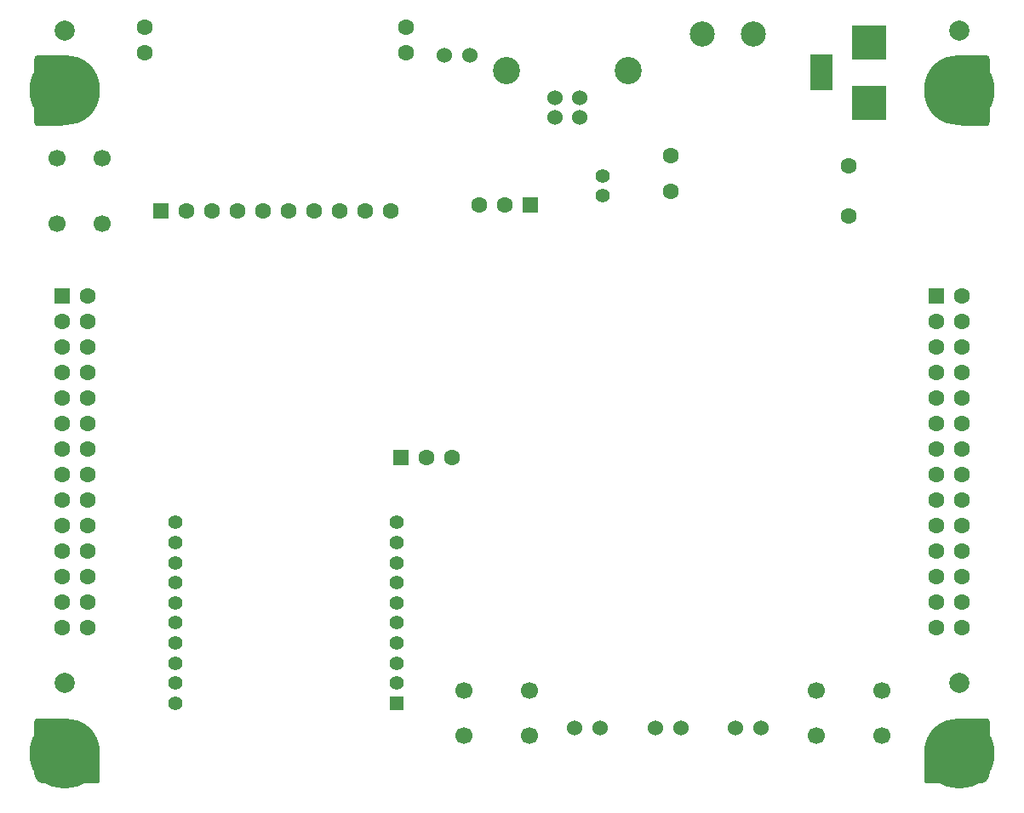
<source format=gbs>
G04 #@! TF.GenerationSoftware,KiCad,Pcbnew,(6.0.7)*
G04 #@! TF.CreationDate,2022-09-01T11:58:41+09:00*
G04 #@! TF.ProjectId,RP2040CommandStation,52503230-3430-4436-9f6d-6d616e645374,rev?*
G04 #@! TF.SameCoordinates,PX6cb8080PY8d24d00*
G04 #@! TF.FileFunction,Soldermask,Bot*
G04 #@! TF.FilePolarity,Negative*
%FSLAX46Y46*%
G04 Gerber Fmt 4.6, Leading zero omitted, Abs format (unit mm)*
G04 Created by KiCad (PCBNEW (6.0.7)) date 2022-09-01 11:58:41*
%MOMM*%
%LPD*%
G01*
G04 APERTURE LIST*
%ADD10C,1.600000*%
%ADD11C,1.400000*%
%ADD12R,1.600000X1.600000*%
%ADD13C,1.524000*%
%ADD14C,7.000000*%
%ADD15R,3.500120X3.500120*%
%ADD16R,2.200000X3.600000*%
%ADD17C,2.500000*%
%ADD18C,2.700000*%
%ADD19C,1.700000*%
%ADD20R,1.400000X1.400000*%
%ADD21C,2.000000*%
G04 APERTURE END LIST*
D10*
X81000000Y61500000D03*
X81000000Y56500000D03*
D11*
X56500000Y58500000D03*
X56500000Y60500000D03*
D12*
X12570000Y57000000D03*
D10*
X15110000Y57000000D03*
X17650000Y57000000D03*
X20190000Y57000000D03*
X22730000Y57000000D03*
X25270000Y57000000D03*
X27810000Y57000000D03*
X30350000Y57000000D03*
X32890000Y57000000D03*
X35430000Y57000000D03*
X37000000Y72730000D03*
X37000000Y75270000D03*
X11000000Y75270000D03*
X11000000Y72730000D03*
D13*
X64270000Y5500000D03*
X61730000Y5500000D03*
X43270000Y72500000D03*
X40730000Y72500000D03*
D14*
X92000000Y69000000D03*
X92000000Y3000000D03*
X3000000Y69000000D03*
X3000000Y3000000D03*
D15*
X83000000Y67799860D03*
X83000000Y73799340D03*
D16*
X78301000Y70799600D03*
D17*
X71540000Y74600000D03*
X66460000Y74600000D03*
D13*
X51750000Y66290000D03*
X54250000Y66290000D03*
X54250000Y68290000D03*
X51750000Y68290000D03*
D18*
X46980000Y71000000D03*
X59020000Y71000000D03*
D12*
X2730000Y48510000D03*
D10*
X5270000Y48510000D03*
X2730000Y45970000D03*
X5270000Y45970000D03*
X2730000Y43430000D03*
X5270000Y43430000D03*
X2730000Y40890000D03*
X5270000Y40890000D03*
X2730000Y38350000D03*
X5270000Y38350000D03*
X2730000Y35810000D03*
X5270000Y35810000D03*
X2730000Y33270000D03*
X5270000Y33270000D03*
X2730000Y30730000D03*
X5270000Y30730000D03*
X2730000Y28190000D03*
X5270000Y28190000D03*
X2730000Y25650000D03*
X5270000Y25650000D03*
X2730000Y23110000D03*
X5270000Y23110000D03*
X2730000Y20570000D03*
X5270000Y20570000D03*
X2730000Y18030000D03*
X5270000Y18030000D03*
X2730000Y15490000D03*
X5270000Y15490000D03*
D12*
X89730000Y48510000D03*
D10*
X92270000Y48510000D03*
X89730000Y45970000D03*
X92270000Y45970000D03*
X89730000Y43430000D03*
X92270000Y43430000D03*
X89730000Y40890000D03*
X92270000Y40890000D03*
X89730000Y38350000D03*
X92270000Y38350000D03*
X89730000Y35810000D03*
X92270000Y35810000D03*
X89730000Y33270000D03*
X92270000Y33270000D03*
X89730000Y30730000D03*
X92270000Y30730000D03*
X89730000Y28190000D03*
X92270000Y28190000D03*
X89730000Y25650000D03*
X92270000Y25650000D03*
X89730000Y23110000D03*
X92270000Y23110000D03*
X89730000Y20570000D03*
X92270000Y20570000D03*
X89730000Y18030000D03*
X92270000Y18030000D03*
X89730000Y15490000D03*
X92270000Y15490000D03*
D19*
X2250000Y55750000D03*
X2250000Y62250000D03*
X6750000Y55750000D03*
X6750000Y62250000D03*
X84250000Y4750000D03*
X77750000Y4750000D03*
X84250000Y9250000D03*
X77750000Y9250000D03*
D20*
X36000000Y8000000D03*
D11*
X36000000Y10000000D03*
X36000000Y12000000D03*
X36000000Y14000000D03*
X36000000Y16000000D03*
X36000000Y18000000D03*
X36000000Y20000000D03*
X36000000Y22000000D03*
X36000000Y24000000D03*
X36000000Y26000000D03*
X14000000Y26000000D03*
X14000000Y24000000D03*
X14000000Y22000000D03*
X14000000Y20000000D03*
X14000000Y18000000D03*
X14000000Y16000000D03*
X14000000Y14000000D03*
X14000000Y12000000D03*
X14000000Y10000000D03*
X14000000Y8000000D03*
D19*
X49250000Y4750000D03*
X42750000Y4750000D03*
X49250000Y9250000D03*
X42750000Y9250000D03*
D12*
X49290000Y57625000D03*
D10*
X46750000Y57625000D03*
X44210000Y57625000D03*
D12*
X36460000Y32500000D03*
D10*
X39000000Y32500000D03*
X41540000Y32500000D03*
X63250000Y62500000D03*
X63250000Y59000000D03*
D13*
X72270000Y5500000D03*
X69730000Y5500000D03*
X56270000Y5500000D03*
X53730000Y5500000D03*
D21*
X92000000Y75000000D03*
X3000000Y75000000D03*
X92000000Y10000000D03*
X3000000Y10000000D03*
G36*
X2711980Y72497617D02*
G01*
X2790613Y72481976D01*
X2835313Y72463461D01*
X2891624Y72425835D01*
X2925835Y72391624D01*
X2963461Y72335313D01*
X2981976Y72290613D01*
X2997617Y72211980D01*
X3000000Y72187789D01*
X3000000Y65812211D01*
X2997617Y65788020D01*
X2981976Y65709387D01*
X2963461Y65664687D01*
X2925835Y65608376D01*
X2891624Y65574165D01*
X2835313Y65536539D01*
X2790613Y65518024D01*
X2711980Y65502383D01*
X2687789Y65500000D01*
X312211Y65500000D01*
X288020Y65502383D01*
X209387Y65518024D01*
X164687Y65536539D01*
X108376Y65574165D01*
X74165Y65608376D01*
X36539Y65664687D01*
X18024Y65709387D01*
X2383Y65788020D01*
X0Y65812211D01*
X0Y72187789D01*
X2383Y72211980D01*
X18024Y72290613D01*
X36539Y72335313D01*
X74165Y72391624D01*
X108376Y72425835D01*
X164687Y72463461D01*
X209387Y72481976D01*
X288020Y72497617D01*
X312211Y72500000D01*
X2687789Y72500000D01*
X2711980Y72497617D01*
G37*
G36*
X94711980Y72497617D02*
G01*
X94790613Y72481976D01*
X94835313Y72463461D01*
X94891624Y72425835D01*
X94925835Y72391624D01*
X94963461Y72335313D01*
X94981976Y72290613D01*
X94997617Y72211980D01*
X95000000Y72187789D01*
X95000000Y65812211D01*
X94997617Y65788020D01*
X94981976Y65709387D01*
X94963461Y65664687D01*
X94925835Y65608376D01*
X94891624Y65574165D01*
X94835313Y65536539D01*
X94790613Y65518024D01*
X94711980Y65502383D01*
X94687789Y65500000D01*
X92312211Y65500000D01*
X92288020Y65502383D01*
X92209387Y65518024D01*
X92164687Y65536539D01*
X92108376Y65574165D01*
X92074165Y65608376D01*
X92036539Y65664687D01*
X92018024Y65709387D01*
X92002383Y65788020D01*
X92000000Y65812211D01*
X92000000Y72187789D01*
X92002383Y72211980D01*
X92018024Y72290613D01*
X92036539Y72335313D01*
X92074165Y72391624D01*
X92108376Y72425835D01*
X92164687Y72463461D01*
X92209387Y72481976D01*
X92288020Y72497617D01*
X92312211Y72500000D01*
X94687789Y72500000D01*
X94711980Y72497617D01*
G37*
G36*
X94711980Y6497617D02*
G01*
X94790613Y6481976D01*
X94835313Y6463461D01*
X94891624Y6425835D01*
X94925835Y6391624D01*
X94963461Y6335313D01*
X94981976Y6290613D01*
X94997617Y6211980D01*
X95000000Y6187789D01*
X95000000Y1016269D01*
X94999963Y1013231D01*
X94999714Y1003071D01*
X94999415Y996981D01*
X94998666Y986834D01*
X94998405Y983808D01*
X94983980Y837349D01*
X94983234Y831306D01*
X94980253Y811213D01*
X94977880Y799281D01*
X94972949Y779595D01*
X94971326Y773729D01*
X94933339Y648501D01*
X94931431Y642727D01*
X94924594Y623616D01*
X94919934Y612365D01*
X94911252Y594010D01*
X94908518Y588577D01*
X94846824Y473154D01*
X94843823Y467857D01*
X94833399Y450466D01*
X94826638Y440349D01*
X94814540Y424037D01*
X94810797Y419240D01*
X94727782Y318085D01*
X94723806Y313476D01*
X94710172Y298433D01*
X94701567Y289828D01*
X94686524Y276194D01*
X94681915Y272218D01*
X94580760Y189203D01*
X94575963Y185460D01*
X94559651Y173362D01*
X94549534Y166601D01*
X94532143Y156177D01*
X94526846Y153176D01*
X94411423Y91482D01*
X94405990Y88748D01*
X94387635Y80066D01*
X94376384Y75406D01*
X94357273Y68569D01*
X94351499Y66661D01*
X94226271Y28674D01*
X94220405Y27051D01*
X94200719Y22120D01*
X94188787Y19747D01*
X94168694Y16766D01*
X94162651Y16020D01*
X94016192Y1595D01*
X94013166Y1334D01*
X94003019Y585D01*
X93996929Y286D01*
X93986769Y37D01*
X93983731Y0D01*
X88812211Y0D01*
X88788020Y2383D01*
X88709387Y18024D01*
X88664687Y36539D01*
X88608376Y74165D01*
X88574165Y108376D01*
X88536539Y164687D01*
X88518024Y209387D01*
X88502383Y288020D01*
X88500000Y312211D01*
X88500000Y2863525D01*
X88502383Y2887716D01*
X88518024Y2966349D01*
X88536539Y3011049D01*
X88581084Y3077715D01*
X88596505Y3096505D01*
X91903495Y6403495D01*
X91922285Y6418916D01*
X91988951Y6463461D01*
X92033651Y6481976D01*
X92112284Y6497617D01*
X92136475Y6500000D01*
X94687789Y6500000D01*
X94711980Y6497617D01*
G37*
G36*
X2887716Y6497617D02*
G01*
X2966349Y6481976D01*
X3011049Y6463461D01*
X3077715Y6418916D01*
X3096505Y6403495D01*
X6403495Y3096505D01*
X6418916Y3077715D01*
X6463461Y3011049D01*
X6481976Y2966349D01*
X6497617Y2887716D01*
X6500000Y2863525D01*
X6500000Y312211D01*
X6497617Y288020D01*
X6481976Y209387D01*
X6463461Y164687D01*
X6425835Y108376D01*
X6391624Y74165D01*
X6335313Y36539D01*
X6290613Y18024D01*
X6211980Y2383D01*
X6187789Y0D01*
X1016269Y0D01*
X1013231Y37D01*
X1003071Y286D01*
X996981Y585D01*
X986834Y1334D01*
X983808Y1595D01*
X837349Y16020D01*
X831306Y16766D01*
X811213Y19747D01*
X799281Y22120D01*
X779595Y27051D01*
X773729Y28674D01*
X648501Y66661D01*
X642727Y68569D01*
X623616Y75406D01*
X612365Y80066D01*
X594010Y88748D01*
X588577Y91482D01*
X473154Y153176D01*
X467857Y156177D01*
X450466Y166601D01*
X440349Y173362D01*
X424037Y185460D01*
X419240Y189203D01*
X318085Y272218D01*
X313476Y276194D01*
X298433Y289828D01*
X289828Y298433D01*
X276194Y313476D01*
X272218Y318085D01*
X189203Y419240D01*
X185460Y424037D01*
X173362Y440349D01*
X166601Y450466D01*
X156177Y467857D01*
X153176Y473154D01*
X91482Y588577D01*
X88748Y594010D01*
X80066Y612365D01*
X75406Y623616D01*
X68569Y642727D01*
X66661Y648501D01*
X28674Y773729D01*
X27051Y779595D01*
X22120Y799281D01*
X19747Y811213D01*
X16766Y831306D01*
X16020Y837349D01*
X1595Y983808D01*
X1334Y986834D01*
X585Y996981D01*
X286Y1003071D01*
X37Y1013231D01*
X0Y1016269D01*
X0Y6187789D01*
X2383Y6211980D01*
X18024Y6290613D01*
X36539Y6335313D01*
X74165Y6391624D01*
X108376Y6425835D01*
X164687Y6463461D01*
X209387Y6481976D01*
X288020Y6497617D01*
X312211Y6500000D01*
X2863525Y6500000D01*
X2887716Y6497617D01*
G37*
M02*

</source>
